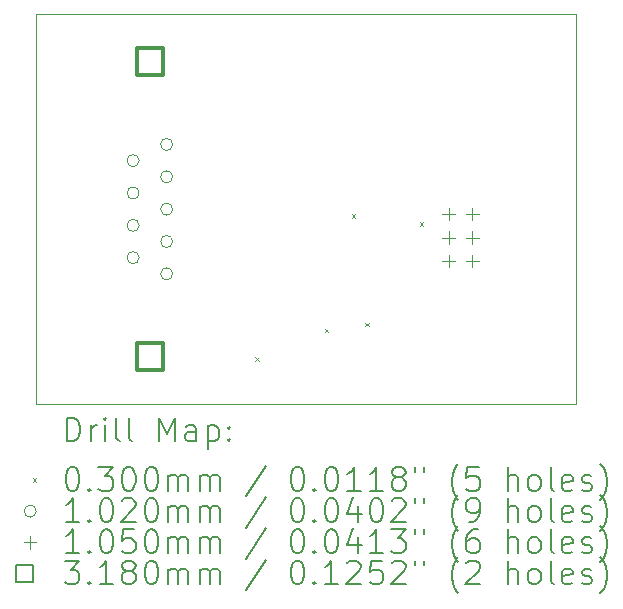
<source format=gbr>
%TF.GenerationSoftware,KiCad,Pcbnew,9.0.5*%
%TF.CreationDate,2025-11-05T10:26:17-05:00*%
%TF.ProjectId,dvrk-ios,6476726b-2d69-46f7-932e-6b696361645f,rev?*%
%TF.SameCoordinates,Original*%
%TF.FileFunction,Drillmap*%
%TF.FilePolarity,Positive*%
%FSLAX45Y45*%
G04 Gerber Fmt 4.5, Leading zero omitted, Abs format (unit mm)*
G04 Created by KiCad (PCBNEW 9.0.5) date 2025-11-05 10:26:17*
%MOMM*%
%LPD*%
G01*
G04 APERTURE LIST*
%ADD10C,0.050000*%
%ADD11C,0.200000*%
%ADD12C,0.100000*%
%ADD13C,0.102000*%
%ADD14C,0.105000*%
%ADD15C,0.318000*%
G04 APERTURE END LIST*
D10*
X7890000Y-5125000D02*
X7890000Y-5090000D01*
X3325000Y-5125000D02*
X3325000Y-1825000D01*
X3325000Y-1825000D02*
X7890000Y-1825000D01*
X7890000Y-1825000D02*
X7890000Y-5090000D01*
X3350000Y-5125000D02*
X3325000Y-5125000D01*
X7890000Y-5125000D02*
X3350000Y-5125000D01*
D11*
D12*
X5175000Y-4730000D02*
X5205000Y-4760000D01*
X5205000Y-4730000D02*
X5175000Y-4760000D01*
X5766606Y-4487627D02*
X5796606Y-4517627D01*
X5796606Y-4487627D02*
X5766606Y-4517627D01*
X5995000Y-3520000D02*
X6025000Y-3550000D01*
X6025000Y-3520000D02*
X5995000Y-3550000D01*
X6110000Y-4435000D02*
X6140000Y-4465000D01*
X6140000Y-4435000D02*
X6110000Y-4465000D01*
X6570000Y-3585000D02*
X6600000Y-3615000D01*
X6600000Y-3585000D02*
X6570000Y-3615000D01*
D13*
X4194000Y-3063500D02*
G75*
G02*
X4092000Y-3063500I-51000J0D01*
G01*
X4092000Y-3063500D02*
G75*
G02*
X4194000Y-3063500I51000J0D01*
G01*
X4194000Y-3337500D02*
G75*
G02*
X4092000Y-3337500I-51000J0D01*
G01*
X4092000Y-3337500D02*
G75*
G02*
X4194000Y-3337500I51000J0D01*
G01*
X4194000Y-3611500D02*
G75*
G02*
X4092000Y-3611500I-51000J0D01*
G01*
X4092000Y-3611500D02*
G75*
G02*
X4194000Y-3611500I51000J0D01*
G01*
X4194000Y-3885500D02*
G75*
G02*
X4092000Y-3885500I-51000J0D01*
G01*
X4092000Y-3885500D02*
G75*
G02*
X4194000Y-3885500I51000J0D01*
G01*
X4478000Y-2926500D02*
G75*
G02*
X4376000Y-2926500I-51000J0D01*
G01*
X4376000Y-2926500D02*
G75*
G02*
X4478000Y-2926500I51000J0D01*
G01*
X4478000Y-3200500D02*
G75*
G02*
X4376000Y-3200500I-51000J0D01*
G01*
X4376000Y-3200500D02*
G75*
G02*
X4478000Y-3200500I51000J0D01*
G01*
X4478000Y-3474500D02*
G75*
G02*
X4376000Y-3474500I-51000J0D01*
G01*
X4376000Y-3474500D02*
G75*
G02*
X4478000Y-3474500I51000J0D01*
G01*
X4478000Y-3748500D02*
G75*
G02*
X4376000Y-3748500I-51000J0D01*
G01*
X4376000Y-3748500D02*
G75*
G02*
X4478000Y-3748500I51000J0D01*
G01*
X4478000Y-4022500D02*
G75*
G02*
X4376000Y-4022500I-51000J0D01*
G01*
X4376000Y-4022500D02*
G75*
G02*
X4478000Y-4022500I51000J0D01*
G01*
D14*
X6815000Y-3462500D02*
X6815000Y-3567500D01*
X6762500Y-3515000D02*
X6867500Y-3515000D01*
X6815000Y-3662500D02*
X6815000Y-3767500D01*
X6762500Y-3715000D02*
X6867500Y-3715000D01*
X6815000Y-3862500D02*
X6815000Y-3967500D01*
X6762500Y-3915000D02*
X6867500Y-3915000D01*
X7015000Y-3462500D02*
X7015000Y-3567500D01*
X6962500Y-3515000D02*
X7067500Y-3515000D01*
X7015000Y-3662500D02*
X7015000Y-3767500D01*
X6962500Y-3715000D02*
X7067500Y-3715000D01*
X7015000Y-3862500D02*
X7015000Y-3967500D01*
X6962500Y-3915000D02*
X7067500Y-3915000D01*
D15*
X4397431Y-2337431D02*
X4397431Y-2112569D01*
X4172569Y-2112569D01*
X4172569Y-2337431D01*
X4397431Y-2337431D01*
X4397431Y-4836431D02*
X4397431Y-4611569D01*
X4172569Y-4611569D01*
X4172569Y-4836431D01*
X4397431Y-4836431D01*
D11*
X3583277Y-5438984D02*
X3583277Y-5238984D01*
X3583277Y-5238984D02*
X3630896Y-5238984D01*
X3630896Y-5238984D02*
X3659467Y-5248508D01*
X3659467Y-5248508D02*
X3678515Y-5267555D01*
X3678515Y-5267555D02*
X3688039Y-5286603D01*
X3688039Y-5286603D02*
X3697562Y-5324698D01*
X3697562Y-5324698D02*
X3697562Y-5353270D01*
X3697562Y-5353270D02*
X3688039Y-5391365D01*
X3688039Y-5391365D02*
X3678515Y-5410412D01*
X3678515Y-5410412D02*
X3659467Y-5429460D01*
X3659467Y-5429460D02*
X3630896Y-5438984D01*
X3630896Y-5438984D02*
X3583277Y-5438984D01*
X3783277Y-5438984D02*
X3783277Y-5305650D01*
X3783277Y-5343746D02*
X3792801Y-5324698D01*
X3792801Y-5324698D02*
X3802324Y-5315174D01*
X3802324Y-5315174D02*
X3821372Y-5305650D01*
X3821372Y-5305650D02*
X3840420Y-5305650D01*
X3907086Y-5438984D02*
X3907086Y-5305650D01*
X3907086Y-5238984D02*
X3897562Y-5248508D01*
X3897562Y-5248508D02*
X3907086Y-5258031D01*
X3907086Y-5258031D02*
X3916610Y-5248508D01*
X3916610Y-5248508D02*
X3907086Y-5238984D01*
X3907086Y-5238984D02*
X3907086Y-5258031D01*
X4030896Y-5438984D02*
X4011848Y-5429460D01*
X4011848Y-5429460D02*
X4002324Y-5410412D01*
X4002324Y-5410412D02*
X4002324Y-5238984D01*
X4135658Y-5438984D02*
X4116610Y-5429460D01*
X4116610Y-5429460D02*
X4107086Y-5410412D01*
X4107086Y-5410412D02*
X4107086Y-5238984D01*
X4364229Y-5438984D02*
X4364229Y-5238984D01*
X4364229Y-5238984D02*
X4430896Y-5381841D01*
X4430896Y-5381841D02*
X4497563Y-5238984D01*
X4497563Y-5238984D02*
X4497563Y-5438984D01*
X4678515Y-5438984D02*
X4678515Y-5334222D01*
X4678515Y-5334222D02*
X4668991Y-5315174D01*
X4668991Y-5315174D02*
X4649944Y-5305650D01*
X4649944Y-5305650D02*
X4611848Y-5305650D01*
X4611848Y-5305650D02*
X4592801Y-5315174D01*
X4678515Y-5429460D02*
X4659467Y-5438984D01*
X4659467Y-5438984D02*
X4611848Y-5438984D01*
X4611848Y-5438984D02*
X4592801Y-5429460D01*
X4592801Y-5429460D02*
X4583277Y-5410412D01*
X4583277Y-5410412D02*
X4583277Y-5391365D01*
X4583277Y-5391365D02*
X4592801Y-5372317D01*
X4592801Y-5372317D02*
X4611848Y-5362793D01*
X4611848Y-5362793D02*
X4659467Y-5362793D01*
X4659467Y-5362793D02*
X4678515Y-5353270D01*
X4773753Y-5305650D02*
X4773753Y-5505650D01*
X4773753Y-5315174D02*
X4792801Y-5305650D01*
X4792801Y-5305650D02*
X4830896Y-5305650D01*
X4830896Y-5305650D02*
X4849944Y-5315174D01*
X4849944Y-5315174D02*
X4859467Y-5324698D01*
X4859467Y-5324698D02*
X4868991Y-5343746D01*
X4868991Y-5343746D02*
X4868991Y-5400889D01*
X4868991Y-5400889D02*
X4859467Y-5419936D01*
X4859467Y-5419936D02*
X4849944Y-5429460D01*
X4849944Y-5429460D02*
X4830896Y-5438984D01*
X4830896Y-5438984D02*
X4792801Y-5438984D01*
X4792801Y-5438984D02*
X4773753Y-5429460D01*
X4954705Y-5419936D02*
X4964229Y-5429460D01*
X4964229Y-5429460D02*
X4954705Y-5438984D01*
X4954705Y-5438984D02*
X4945182Y-5429460D01*
X4945182Y-5429460D02*
X4954705Y-5419936D01*
X4954705Y-5419936D02*
X4954705Y-5438984D01*
X4954705Y-5315174D02*
X4964229Y-5324698D01*
X4964229Y-5324698D02*
X4954705Y-5334222D01*
X4954705Y-5334222D02*
X4945182Y-5324698D01*
X4945182Y-5324698D02*
X4954705Y-5315174D01*
X4954705Y-5315174D02*
X4954705Y-5334222D01*
D12*
X3292500Y-5752500D02*
X3322500Y-5782500D01*
X3322500Y-5752500D02*
X3292500Y-5782500D01*
D11*
X3621372Y-5658984D02*
X3640420Y-5658984D01*
X3640420Y-5658984D02*
X3659467Y-5668508D01*
X3659467Y-5668508D02*
X3668991Y-5678031D01*
X3668991Y-5678031D02*
X3678515Y-5697079D01*
X3678515Y-5697079D02*
X3688039Y-5735174D01*
X3688039Y-5735174D02*
X3688039Y-5782793D01*
X3688039Y-5782793D02*
X3678515Y-5820888D01*
X3678515Y-5820888D02*
X3668991Y-5839936D01*
X3668991Y-5839936D02*
X3659467Y-5849460D01*
X3659467Y-5849460D02*
X3640420Y-5858984D01*
X3640420Y-5858984D02*
X3621372Y-5858984D01*
X3621372Y-5858984D02*
X3602324Y-5849460D01*
X3602324Y-5849460D02*
X3592801Y-5839936D01*
X3592801Y-5839936D02*
X3583277Y-5820888D01*
X3583277Y-5820888D02*
X3573753Y-5782793D01*
X3573753Y-5782793D02*
X3573753Y-5735174D01*
X3573753Y-5735174D02*
X3583277Y-5697079D01*
X3583277Y-5697079D02*
X3592801Y-5678031D01*
X3592801Y-5678031D02*
X3602324Y-5668508D01*
X3602324Y-5668508D02*
X3621372Y-5658984D01*
X3773753Y-5839936D02*
X3783277Y-5849460D01*
X3783277Y-5849460D02*
X3773753Y-5858984D01*
X3773753Y-5858984D02*
X3764229Y-5849460D01*
X3764229Y-5849460D02*
X3773753Y-5839936D01*
X3773753Y-5839936D02*
X3773753Y-5858984D01*
X3849943Y-5658984D02*
X3973753Y-5658984D01*
X3973753Y-5658984D02*
X3907086Y-5735174D01*
X3907086Y-5735174D02*
X3935658Y-5735174D01*
X3935658Y-5735174D02*
X3954705Y-5744698D01*
X3954705Y-5744698D02*
X3964229Y-5754222D01*
X3964229Y-5754222D02*
X3973753Y-5773269D01*
X3973753Y-5773269D02*
X3973753Y-5820888D01*
X3973753Y-5820888D02*
X3964229Y-5839936D01*
X3964229Y-5839936D02*
X3954705Y-5849460D01*
X3954705Y-5849460D02*
X3935658Y-5858984D01*
X3935658Y-5858984D02*
X3878515Y-5858984D01*
X3878515Y-5858984D02*
X3859467Y-5849460D01*
X3859467Y-5849460D02*
X3849943Y-5839936D01*
X4097562Y-5658984D02*
X4116610Y-5658984D01*
X4116610Y-5658984D02*
X4135658Y-5668508D01*
X4135658Y-5668508D02*
X4145182Y-5678031D01*
X4145182Y-5678031D02*
X4154705Y-5697079D01*
X4154705Y-5697079D02*
X4164229Y-5735174D01*
X4164229Y-5735174D02*
X4164229Y-5782793D01*
X4164229Y-5782793D02*
X4154705Y-5820888D01*
X4154705Y-5820888D02*
X4145182Y-5839936D01*
X4145182Y-5839936D02*
X4135658Y-5849460D01*
X4135658Y-5849460D02*
X4116610Y-5858984D01*
X4116610Y-5858984D02*
X4097562Y-5858984D01*
X4097562Y-5858984D02*
X4078515Y-5849460D01*
X4078515Y-5849460D02*
X4068991Y-5839936D01*
X4068991Y-5839936D02*
X4059467Y-5820888D01*
X4059467Y-5820888D02*
X4049943Y-5782793D01*
X4049943Y-5782793D02*
X4049943Y-5735174D01*
X4049943Y-5735174D02*
X4059467Y-5697079D01*
X4059467Y-5697079D02*
X4068991Y-5678031D01*
X4068991Y-5678031D02*
X4078515Y-5668508D01*
X4078515Y-5668508D02*
X4097562Y-5658984D01*
X4288039Y-5658984D02*
X4307086Y-5658984D01*
X4307086Y-5658984D02*
X4326134Y-5668508D01*
X4326134Y-5668508D02*
X4335658Y-5678031D01*
X4335658Y-5678031D02*
X4345182Y-5697079D01*
X4345182Y-5697079D02*
X4354705Y-5735174D01*
X4354705Y-5735174D02*
X4354705Y-5782793D01*
X4354705Y-5782793D02*
X4345182Y-5820888D01*
X4345182Y-5820888D02*
X4335658Y-5839936D01*
X4335658Y-5839936D02*
X4326134Y-5849460D01*
X4326134Y-5849460D02*
X4307086Y-5858984D01*
X4307086Y-5858984D02*
X4288039Y-5858984D01*
X4288039Y-5858984D02*
X4268991Y-5849460D01*
X4268991Y-5849460D02*
X4259467Y-5839936D01*
X4259467Y-5839936D02*
X4249944Y-5820888D01*
X4249944Y-5820888D02*
X4240420Y-5782793D01*
X4240420Y-5782793D02*
X4240420Y-5735174D01*
X4240420Y-5735174D02*
X4249944Y-5697079D01*
X4249944Y-5697079D02*
X4259467Y-5678031D01*
X4259467Y-5678031D02*
X4268991Y-5668508D01*
X4268991Y-5668508D02*
X4288039Y-5658984D01*
X4440420Y-5858984D02*
X4440420Y-5725650D01*
X4440420Y-5744698D02*
X4449944Y-5735174D01*
X4449944Y-5735174D02*
X4468991Y-5725650D01*
X4468991Y-5725650D02*
X4497563Y-5725650D01*
X4497563Y-5725650D02*
X4516610Y-5735174D01*
X4516610Y-5735174D02*
X4526134Y-5754222D01*
X4526134Y-5754222D02*
X4526134Y-5858984D01*
X4526134Y-5754222D02*
X4535658Y-5735174D01*
X4535658Y-5735174D02*
X4554705Y-5725650D01*
X4554705Y-5725650D02*
X4583277Y-5725650D01*
X4583277Y-5725650D02*
X4602325Y-5735174D01*
X4602325Y-5735174D02*
X4611848Y-5754222D01*
X4611848Y-5754222D02*
X4611848Y-5858984D01*
X4707086Y-5858984D02*
X4707086Y-5725650D01*
X4707086Y-5744698D02*
X4716610Y-5735174D01*
X4716610Y-5735174D02*
X4735658Y-5725650D01*
X4735658Y-5725650D02*
X4764229Y-5725650D01*
X4764229Y-5725650D02*
X4783277Y-5735174D01*
X4783277Y-5735174D02*
X4792801Y-5754222D01*
X4792801Y-5754222D02*
X4792801Y-5858984D01*
X4792801Y-5754222D02*
X4802325Y-5735174D01*
X4802325Y-5735174D02*
X4821372Y-5725650D01*
X4821372Y-5725650D02*
X4849944Y-5725650D01*
X4849944Y-5725650D02*
X4868991Y-5735174D01*
X4868991Y-5735174D02*
X4878515Y-5754222D01*
X4878515Y-5754222D02*
X4878515Y-5858984D01*
X5268991Y-5649460D02*
X5097563Y-5906603D01*
X5526134Y-5658984D02*
X5545182Y-5658984D01*
X5545182Y-5658984D02*
X5564229Y-5668508D01*
X5564229Y-5668508D02*
X5573753Y-5678031D01*
X5573753Y-5678031D02*
X5583277Y-5697079D01*
X5583277Y-5697079D02*
X5592801Y-5735174D01*
X5592801Y-5735174D02*
X5592801Y-5782793D01*
X5592801Y-5782793D02*
X5583277Y-5820888D01*
X5583277Y-5820888D02*
X5573753Y-5839936D01*
X5573753Y-5839936D02*
X5564229Y-5849460D01*
X5564229Y-5849460D02*
X5545182Y-5858984D01*
X5545182Y-5858984D02*
X5526134Y-5858984D01*
X5526134Y-5858984D02*
X5507087Y-5849460D01*
X5507087Y-5849460D02*
X5497563Y-5839936D01*
X5497563Y-5839936D02*
X5488039Y-5820888D01*
X5488039Y-5820888D02*
X5478515Y-5782793D01*
X5478515Y-5782793D02*
X5478515Y-5735174D01*
X5478515Y-5735174D02*
X5488039Y-5697079D01*
X5488039Y-5697079D02*
X5497563Y-5678031D01*
X5497563Y-5678031D02*
X5507087Y-5668508D01*
X5507087Y-5668508D02*
X5526134Y-5658984D01*
X5678515Y-5839936D02*
X5688039Y-5849460D01*
X5688039Y-5849460D02*
X5678515Y-5858984D01*
X5678515Y-5858984D02*
X5668991Y-5849460D01*
X5668991Y-5849460D02*
X5678515Y-5839936D01*
X5678515Y-5839936D02*
X5678515Y-5858984D01*
X5811848Y-5658984D02*
X5830896Y-5658984D01*
X5830896Y-5658984D02*
X5849944Y-5668508D01*
X5849944Y-5668508D02*
X5859467Y-5678031D01*
X5859467Y-5678031D02*
X5868991Y-5697079D01*
X5868991Y-5697079D02*
X5878515Y-5735174D01*
X5878515Y-5735174D02*
X5878515Y-5782793D01*
X5878515Y-5782793D02*
X5868991Y-5820888D01*
X5868991Y-5820888D02*
X5859467Y-5839936D01*
X5859467Y-5839936D02*
X5849944Y-5849460D01*
X5849944Y-5849460D02*
X5830896Y-5858984D01*
X5830896Y-5858984D02*
X5811848Y-5858984D01*
X5811848Y-5858984D02*
X5792801Y-5849460D01*
X5792801Y-5849460D02*
X5783277Y-5839936D01*
X5783277Y-5839936D02*
X5773753Y-5820888D01*
X5773753Y-5820888D02*
X5764229Y-5782793D01*
X5764229Y-5782793D02*
X5764229Y-5735174D01*
X5764229Y-5735174D02*
X5773753Y-5697079D01*
X5773753Y-5697079D02*
X5783277Y-5678031D01*
X5783277Y-5678031D02*
X5792801Y-5668508D01*
X5792801Y-5668508D02*
X5811848Y-5658984D01*
X6068991Y-5858984D02*
X5954706Y-5858984D01*
X6011848Y-5858984D02*
X6011848Y-5658984D01*
X6011848Y-5658984D02*
X5992801Y-5687555D01*
X5992801Y-5687555D02*
X5973753Y-5706603D01*
X5973753Y-5706603D02*
X5954706Y-5716127D01*
X6259467Y-5858984D02*
X6145182Y-5858984D01*
X6202325Y-5858984D02*
X6202325Y-5658984D01*
X6202325Y-5658984D02*
X6183277Y-5687555D01*
X6183277Y-5687555D02*
X6164229Y-5706603D01*
X6164229Y-5706603D02*
X6145182Y-5716127D01*
X6373753Y-5744698D02*
X6354706Y-5735174D01*
X6354706Y-5735174D02*
X6345182Y-5725650D01*
X6345182Y-5725650D02*
X6335658Y-5706603D01*
X6335658Y-5706603D02*
X6335658Y-5697079D01*
X6335658Y-5697079D02*
X6345182Y-5678031D01*
X6345182Y-5678031D02*
X6354706Y-5668508D01*
X6354706Y-5668508D02*
X6373753Y-5658984D01*
X6373753Y-5658984D02*
X6411848Y-5658984D01*
X6411848Y-5658984D02*
X6430896Y-5668508D01*
X6430896Y-5668508D02*
X6440420Y-5678031D01*
X6440420Y-5678031D02*
X6449944Y-5697079D01*
X6449944Y-5697079D02*
X6449944Y-5706603D01*
X6449944Y-5706603D02*
X6440420Y-5725650D01*
X6440420Y-5725650D02*
X6430896Y-5735174D01*
X6430896Y-5735174D02*
X6411848Y-5744698D01*
X6411848Y-5744698D02*
X6373753Y-5744698D01*
X6373753Y-5744698D02*
X6354706Y-5754222D01*
X6354706Y-5754222D02*
X6345182Y-5763746D01*
X6345182Y-5763746D02*
X6335658Y-5782793D01*
X6335658Y-5782793D02*
X6335658Y-5820888D01*
X6335658Y-5820888D02*
X6345182Y-5839936D01*
X6345182Y-5839936D02*
X6354706Y-5849460D01*
X6354706Y-5849460D02*
X6373753Y-5858984D01*
X6373753Y-5858984D02*
X6411848Y-5858984D01*
X6411848Y-5858984D02*
X6430896Y-5849460D01*
X6430896Y-5849460D02*
X6440420Y-5839936D01*
X6440420Y-5839936D02*
X6449944Y-5820888D01*
X6449944Y-5820888D02*
X6449944Y-5782793D01*
X6449944Y-5782793D02*
X6440420Y-5763746D01*
X6440420Y-5763746D02*
X6430896Y-5754222D01*
X6430896Y-5754222D02*
X6411848Y-5744698D01*
X6526134Y-5658984D02*
X6526134Y-5697079D01*
X6602325Y-5658984D02*
X6602325Y-5697079D01*
X6897563Y-5935174D02*
X6888039Y-5925650D01*
X6888039Y-5925650D02*
X6868991Y-5897079D01*
X6868991Y-5897079D02*
X6859468Y-5878031D01*
X6859468Y-5878031D02*
X6849944Y-5849460D01*
X6849944Y-5849460D02*
X6840420Y-5801841D01*
X6840420Y-5801841D02*
X6840420Y-5763746D01*
X6840420Y-5763746D02*
X6849944Y-5716127D01*
X6849944Y-5716127D02*
X6859468Y-5687555D01*
X6859468Y-5687555D02*
X6868991Y-5668508D01*
X6868991Y-5668508D02*
X6888039Y-5639936D01*
X6888039Y-5639936D02*
X6897563Y-5630412D01*
X7068991Y-5658984D02*
X6973753Y-5658984D01*
X6973753Y-5658984D02*
X6964229Y-5754222D01*
X6964229Y-5754222D02*
X6973753Y-5744698D01*
X6973753Y-5744698D02*
X6992801Y-5735174D01*
X6992801Y-5735174D02*
X7040420Y-5735174D01*
X7040420Y-5735174D02*
X7059468Y-5744698D01*
X7059468Y-5744698D02*
X7068991Y-5754222D01*
X7068991Y-5754222D02*
X7078515Y-5773269D01*
X7078515Y-5773269D02*
X7078515Y-5820888D01*
X7078515Y-5820888D02*
X7068991Y-5839936D01*
X7068991Y-5839936D02*
X7059468Y-5849460D01*
X7059468Y-5849460D02*
X7040420Y-5858984D01*
X7040420Y-5858984D02*
X6992801Y-5858984D01*
X6992801Y-5858984D02*
X6973753Y-5849460D01*
X6973753Y-5849460D02*
X6964229Y-5839936D01*
X7316610Y-5858984D02*
X7316610Y-5658984D01*
X7402325Y-5858984D02*
X7402325Y-5754222D01*
X7402325Y-5754222D02*
X7392801Y-5735174D01*
X7392801Y-5735174D02*
X7373753Y-5725650D01*
X7373753Y-5725650D02*
X7345182Y-5725650D01*
X7345182Y-5725650D02*
X7326134Y-5735174D01*
X7326134Y-5735174D02*
X7316610Y-5744698D01*
X7526134Y-5858984D02*
X7507087Y-5849460D01*
X7507087Y-5849460D02*
X7497563Y-5839936D01*
X7497563Y-5839936D02*
X7488039Y-5820888D01*
X7488039Y-5820888D02*
X7488039Y-5763746D01*
X7488039Y-5763746D02*
X7497563Y-5744698D01*
X7497563Y-5744698D02*
X7507087Y-5735174D01*
X7507087Y-5735174D02*
X7526134Y-5725650D01*
X7526134Y-5725650D02*
X7554706Y-5725650D01*
X7554706Y-5725650D02*
X7573753Y-5735174D01*
X7573753Y-5735174D02*
X7583277Y-5744698D01*
X7583277Y-5744698D02*
X7592801Y-5763746D01*
X7592801Y-5763746D02*
X7592801Y-5820888D01*
X7592801Y-5820888D02*
X7583277Y-5839936D01*
X7583277Y-5839936D02*
X7573753Y-5849460D01*
X7573753Y-5849460D02*
X7554706Y-5858984D01*
X7554706Y-5858984D02*
X7526134Y-5858984D01*
X7707087Y-5858984D02*
X7688039Y-5849460D01*
X7688039Y-5849460D02*
X7678515Y-5830412D01*
X7678515Y-5830412D02*
X7678515Y-5658984D01*
X7859468Y-5849460D02*
X7840420Y-5858984D01*
X7840420Y-5858984D02*
X7802325Y-5858984D01*
X7802325Y-5858984D02*
X7783277Y-5849460D01*
X7783277Y-5849460D02*
X7773753Y-5830412D01*
X7773753Y-5830412D02*
X7773753Y-5754222D01*
X7773753Y-5754222D02*
X7783277Y-5735174D01*
X7783277Y-5735174D02*
X7802325Y-5725650D01*
X7802325Y-5725650D02*
X7840420Y-5725650D01*
X7840420Y-5725650D02*
X7859468Y-5735174D01*
X7859468Y-5735174D02*
X7868991Y-5754222D01*
X7868991Y-5754222D02*
X7868991Y-5773269D01*
X7868991Y-5773269D02*
X7773753Y-5792317D01*
X7945182Y-5849460D02*
X7964230Y-5858984D01*
X7964230Y-5858984D02*
X8002325Y-5858984D01*
X8002325Y-5858984D02*
X8021372Y-5849460D01*
X8021372Y-5849460D02*
X8030896Y-5830412D01*
X8030896Y-5830412D02*
X8030896Y-5820888D01*
X8030896Y-5820888D02*
X8021372Y-5801841D01*
X8021372Y-5801841D02*
X8002325Y-5792317D01*
X8002325Y-5792317D02*
X7973753Y-5792317D01*
X7973753Y-5792317D02*
X7954706Y-5782793D01*
X7954706Y-5782793D02*
X7945182Y-5763746D01*
X7945182Y-5763746D02*
X7945182Y-5754222D01*
X7945182Y-5754222D02*
X7954706Y-5735174D01*
X7954706Y-5735174D02*
X7973753Y-5725650D01*
X7973753Y-5725650D02*
X8002325Y-5725650D01*
X8002325Y-5725650D02*
X8021372Y-5735174D01*
X8097563Y-5935174D02*
X8107087Y-5925650D01*
X8107087Y-5925650D02*
X8126134Y-5897079D01*
X8126134Y-5897079D02*
X8135658Y-5878031D01*
X8135658Y-5878031D02*
X8145182Y-5849460D01*
X8145182Y-5849460D02*
X8154706Y-5801841D01*
X8154706Y-5801841D02*
X8154706Y-5763746D01*
X8154706Y-5763746D02*
X8145182Y-5716127D01*
X8145182Y-5716127D02*
X8135658Y-5687555D01*
X8135658Y-5687555D02*
X8126134Y-5668508D01*
X8126134Y-5668508D02*
X8107087Y-5639936D01*
X8107087Y-5639936D02*
X8097563Y-5630412D01*
D13*
X3322500Y-6031500D02*
G75*
G02*
X3220500Y-6031500I-51000J0D01*
G01*
X3220500Y-6031500D02*
G75*
G02*
X3322500Y-6031500I51000J0D01*
G01*
D11*
X3688039Y-6122984D02*
X3573753Y-6122984D01*
X3630896Y-6122984D02*
X3630896Y-5922984D01*
X3630896Y-5922984D02*
X3611848Y-5951555D01*
X3611848Y-5951555D02*
X3592801Y-5970603D01*
X3592801Y-5970603D02*
X3573753Y-5980127D01*
X3773753Y-6103936D02*
X3783277Y-6113460D01*
X3783277Y-6113460D02*
X3773753Y-6122984D01*
X3773753Y-6122984D02*
X3764229Y-6113460D01*
X3764229Y-6113460D02*
X3773753Y-6103936D01*
X3773753Y-6103936D02*
X3773753Y-6122984D01*
X3907086Y-5922984D02*
X3926134Y-5922984D01*
X3926134Y-5922984D02*
X3945182Y-5932508D01*
X3945182Y-5932508D02*
X3954705Y-5942031D01*
X3954705Y-5942031D02*
X3964229Y-5961079D01*
X3964229Y-5961079D02*
X3973753Y-5999174D01*
X3973753Y-5999174D02*
X3973753Y-6046793D01*
X3973753Y-6046793D02*
X3964229Y-6084888D01*
X3964229Y-6084888D02*
X3954705Y-6103936D01*
X3954705Y-6103936D02*
X3945182Y-6113460D01*
X3945182Y-6113460D02*
X3926134Y-6122984D01*
X3926134Y-6122984D02*
X3907086Y-6122984D01*
X3907086Y-6122984D02*
X3888039Y-6113460D01*
X3888039Y-6113460D02*
X3878515Y-6103936D01*
X3878515Y-6103936D02*
X3868991Y-6084888D01*
X3868991Y-6084888D02*
X3859467Y-6046793D01*
X3859467Y-6046793D02*
X3859467Y-5999174D01*
X3859467Y-5999174D02*
X3868991Y-5961079D01*
X3868991Y-5961079D02*
X3878515Y-5942031D01*
X3878515Y-5942031D02*
X3888039Y-5932508D01*
X3888039Y-5932508D02*
X3907086Y-5922984D01*
X4049943Y-5942031D02*
X4059467Y-5932508D01*
X4059467Y-5932508D02*
X4078515Y-5922984D01*
X4078515Y-5922984D02*
X4126134Y-5922984D01*
X4126134Y-5922984D02*
X4145182Y-5932508D01*
X4145182Y-5932508D02*
X4154705Y-5942031D01*
X4154705Y-5942031D02*
X4164229Y-5961079D01*
X4164229Y-5961079D02*
X4164229Y-5980127D01*
X4164229Y-5980127D02*
X4154705Y-6008698D01*
X4154705Y-6008698D02*
X4040420Y-6122984D01*
X4040420Y-6122984D02*
X4164229Y-6122984D01*
X4288039Y-5922984D02*
X4307086Y-5922984D01*
X4307086Y-5922984D02*
X4326134Y-5932508D01*
X4326134Y-5932508D02*
X4335658Y-5942031D01*
X4335658Y-5942031D02*
X4345182Y-5961079D01*
X4345182Y-5961079D02*
X4354705Y-5999174D01*
X4354705Y-5999174D02*
X4354705Y-6046793D01*
X4354705Y-6046793D02*
X4345182Y-6084888D01*
X4345182Y-6084888D02*
X4335658Y-6103936D01*
X4335658Y-6103936D02*
X4326134Y-6113460D01*
X4326134Y-6113460D02*
X4307086Y-6122984D01*
X4307086Y-6122984D02*
X4288039Y-6122984D01*
X4288039Y-6122984D02*
X4268991Y-6113460D01*
X4268991Y-6113460D02*
X4259467Y-6103936D01*
X4259467Y-6103936D02*
X4249944Y-6084888D01*
X4249944Y-6084888D02*
X4240420Y-6046793D01*
X4240420Y-6046793D02*
X4240420Y-5999174D01*
X4240420Y-5999174D02*
X4249944Y-5961079D01*
X4249944Y-5961079D02*
X4259467Y-5942031D01*
X4259467Y-5942031D02*
X4268991Y-5932508D01*
X4268991Y-5932508D02*
X4288039Y-5922984D01*
X4440420Y-6122984D02*
X4440420Y-5989650D01*
X4440420Y-6008698D02*
X4449944Y-5999174D01*
X4449944Y-5999174D02*
X4468991Y-5989650D01*
X4468991Y-5989650D02*
X4497563Y-5989650D01*
X4497563Y-5989650D02*
X4516610Y-5999174D01*
X4516610Y-5999174D02*
X4526134Y-6018222D01*
X4526134Y-6018222D02*
X4526134Y-6122984D01*
X4526134Y-6018222D02*
X4535658Y-5999174D01*
X4535658Y-5999174D02*
X4554705Y-5989650D01*
X4554705Y-5989650D02*
X4583277Y-5989650D01*
X4583277Y-5989650D02*
X4602325Y-5999174D01*
X4602325Y-5999174D02*
X4611848Y-6018222D01*
X4611848Y-6018222D02*
X4611848Y-6122984D01*
X4707086Y-6122984D02*
X4707086Y-5989650D01*
X4707086Y-6008698D02*
X4716610Y-5999174D01*
X4716610Y-5999174D02*
X4735658Y-5989650D01*
X4735658Y-5989650D02*
X4764229Y-5989650D01*
X4764229Y-5989650D02*
X4783277Y-5999174D01*
X4783277Y-5999174D02*
X4792801Y-6018222D01*
X4792801Y-6018222D02*
X4792801Y-6122984D01*
X4792801Y-6018222D02*
X4802325Y-5999174D01*
X4802325Y-5999174D02*
X4821372Y-5989650D01*
X4821372Y-5989650D02*
X4849944Y-5989650D01*
X4849944Y-5989650D02*
X4868991Y-5999174D01*
X4868991Y-5999174D02*
X4878515Y-6018222D01*
X4878515Y-6018222D02*
X4878515Y-6122984D01*
X5268991Y-5913460D02*
X5097563Y-6170603D01*
X5526134Y-5922984D02*
X5545182Y-5922984D01*
X5545182Y-5922984D02*
X5564229Y-5932508D01*
X5564229Y-5932508D02*
X5573753Y-5942031D01*
X5573753Y-5942031D02*
X5583277Y-5961079D01*
X5583277Y-5961079D02*
X5592801Y-5999174D01*
X5592801Y-5999174D02*
X5592801Y-6046793D01*
X5592801Y-6046793D02*
X5583277Y-6084888D01*
X5583277Y-6084888D02*
X5573753Y-6103936D01*
X5573753Y-6103936D02*
X5564229Y-6113460D01*
X5564229Y-6113460D02*
X5545182Y-6122984D01*
X5545182Y-6122984D02*
X5526134Y-6122984D01*
X5526134Y-6122984D02*
X5507087Y-6113460D01*
X5507087Y-6113460D02*
X5497563Y-6103936D01*
X5497563Y-6103936D02*
X5488039Y-6084888D01*
X5488039Y-6084888D02*
X5478515Y-6046793D01*
X5478515Y-6046793D02*
X5478515Y-5999174D01*
X5478515Y-5999174D02*
X5488039Y-5961079D01*
X5488039Y-5961079D02*
X5497563Y-5942031D01*
X5497563Y-5942031D02*
X5507087Y-5932508D01*
X5507087Y-5932508D02*
X5526134Y-5922984D01*
X5678515Y-6103936D02*
X5688039Y-6113460D01*
X5688039Y-6113460D02*
X5678515Y-6122984D01*
X5678515Y-6122984D02*
X5668991Y-6113460D01*
X5668991Y-6113460D02*
X5678515Y-6103936D01*
X5678515Y-6103936D02*
X5678515Y-6122984D01*
X5811848Y-5922984D02*
X5830896Y-5922984D01*
X5830896Y-5922984D02*
X5849944Y-5932508D01*
X5849944Y-5932508D02*
X5859467Y-5942031D01*
X5859467Y-5942031D02*
X5868991Y-5961079D01*
X5868991Y-5961079D02*
X5878515Y-5999174D01*
X5878515Y-5999174D02*
X5878515Y-6046793D01*
X5878515Y-6046793D02*
X5868991Y-6084888D01*
X5868991Y-6084888D02*
X5859467Y-6103936D01*
X5859467Y-6103936D02*
X5849944Y-6113460D01*
X5849944Y-6113460D02*
X5830896Y-6122984D01*
X5830896Y-6122984D02*
X5811848Y-6122984D01*
X5811848Y-6122984D02*
X5792801Y-6113460D01*
X5792801Y-6113460D02*
X5783277Y-6103936D01*
X5783277Y-6103936D02*
X5773753Y-6084888D01*
X5773753Y-6084888D02*
X5764229Y-6046793D01*
X5764229Y-6046793D02*
X5764229Y-5999174D01*
X5764229Y-5999174D02*
X5773753Y-5961079D01*
X5773753Y-5961079D02*
X5783277Y-5942031D01*
X5783277Y-5942031D02*
X5792801Y-5932508D01*
X5792801Y-5932508D02*
X5811848Y-5922984D01*
X6049944Y-5989650D02*
X6049944Y-6122984D01*
X6002325Y-5913460D02*
X5954706Y-6056317D01*
X5954706Y-6056317D02*
X6078515Y-6056317D01*
X6192801Y-5922984D02*
X6211848Y-5922984D01*
X6211848Y-5922984D02*
X6230896Y-5932508D01*
X6230896Y-5932508D02*
X6240420Y-5942031D01*
X6240420Y-5942031D02*
X6249944Y-5961079D01*
X6249944Y-5961079D02*
X6259467Y-5999174D01*
X6259467Y-5999174D02*
X6259467Y-6046793D01*
X6259467Y-6046793D02*
X6249944Y-6084888D01*
X6249944Y-6084888D02*
X6240420Y-6103936D01*
X6240420Y-6103936D02*
X6230896Y-6113460D01*
X6230896Y-6113460D02*
X6211848Y-6122984D01*
X6211848Y-6122984D02*
X6192801Y-6122984D01*
X6192801Y-6122984D02*
X6173753Y-6113460D01*
X6173753Y-6113460D02*
X6164229Y-6103936D01*
X6164229Y-6103936D02*
X6154706Y-6084888D01*
X6154706Y-6084888D02*
X6145182Y-6046793D01*
X6145182Y-6046793D02*
X6145182Y-5999174D01*
X6145182Y-5999174D02*
X6154706Y-5961079D01*
X6154706Y-5961079D02*
X6164229Y-5942031D01*
X6164229Y-5942031D02*
X6173753Y-5932508D01*
X6173753Y-5932508D02*
X6192801Y-5922984D01*
X6335658Y-5942031D02*
X6345182Y-5932508D01*
X6345182Y-5932508D02*
X6364229Y-5922984D01*
X6364229Y-5922984D02*
X6411848Y-5922984D01*
X6411848Y-5922984D02*
X6430896Y-5932508D01*
X6430896Y-5932508D02*
X6440420Y-5942031D01*
X6440420Y-5942031D02*
X6449944Y-5961079D01*
X6449944Y-5961079D02*
X6449944Y-5980127D01*
X6449944Y-5980127D02*
X6440420Y-6008698D01*
X6440420Y-6008698D02*
X6326134Y-6122984D01*
X6326134Y-6122984D02*
X6449944Y-6122984D01*
X6526134Y-5922984D02*
X6526134Y-5961079D01*
X6602325Y-5922984D02*
X6602325Y-5961079D01*
X6897563Y-6199174D02*
X6888039Y-6189650D01*
X6888039Y-6189650D02*
X6868991Y-6161079D01*
X6868991Y-6161079D02*
X6859468Y-6142031D01*
X6859468Y-6142031D02*
X6849944Y-6113460D01*
X6849944Y-6113460D02*
X6840420Y-6065841D01*
X6840420Y-6065841D02*
X6840420Y-6027746D01*
X6840420Y-6027746D02*
X6849944Y-5980127D01*
X6849944Y-5980127D02*
X6859468Y-5951555D01*
X6859468Y-5951555D02*
X6868991Y-5932508D01*
X6868991Y-5932508D02*
X6888039Y-5903936D01*
X6888039Y-5903936D02*
X6897563Y-5894412D01*
X6983277Y-6122984D02*
X7021372Y-6122984D01*
X7021372Y-6122984D02*
X7040420Y-6113460D01*
X7040420Y-6113460D02*
X7049944Y-6103936D01*
X7049944Y-6103936D02*
X7068991Y-6075365D01*
X7068991Y-6075365D02*
X7078515Y-6037269D01*
X7078515Y-6037269D02*
X7078515Y-5961079D01*
X7078515Y-5961079D02*
X7068991Y-5942031D01*
X7068991Y-5942031D02*
X7059468Y-5932508D01*
X7059468Y-5932508D02*
X7040420Y-5922984D01*
X7040420Y-5922984D02*
X7002325Y-5922984D01*
X7002325Y-5922984D02*
X6983277Y-5932508D01*
X6983277Y-5932508D02*
X6973753Y-5942031D01*
X6973753Y-5942031D02*
X6964229Y-5961079D01*
X6964229Y-5961079D02*
X6964229Y-6008698D01*
X6964229Y-6008698D02*
X6973753Y-6027746D01*
X6973753Y-6027746D02*
X6983277Y-6037269D01*
X6983277Y-6037269D02*
X7002325Y-6046793D01*
X7002325Y-6046793D02*
X7040420Y-6046793D01*
X7040420Y-6046793D02*
X7059468Y-6037269D01*
X7059468Y-6037269D02*
X7068991Y-6027746D01*
X7068991Y-6027746D02*
X7078515Y-6008698D01*
X7316610Y-6122984D02*
X7316610Y-5922984D01*
X7402325Y-6122984D02*
X7402325Y-6018222D01*
X7402325Y-6018222D02*
X7392801Y-5999174D01*
X7392801Y-5999174D02*
X7373753Y-5989650D01*
X7373753Y-5989650D02*
X7345182Y-5989650D01*
X7345182Y-5989650D02*
X7326134Y-5999174D01*
X7326134Y-5999174D02*
X7316610Y-6008698D01*
X7526134Y-6122984D02*
X7507087Y-6113460D01*
X7507087Y-6113460D02*
X7497563Y-6103936D01*
X7497563Y-6103936D02*
X7488039Y-6084888D01*
X7488039Y-6084888D02*
X7488039Y-6027746D01*
X7488039Y-6027746D02*
X7497563Y-6008698D01*
X7497563Y-6008698D02*
X7507087Y-5999174D01*
X7507087Y-5999174D02*
X7526134Y-5989650D01*
X7526134Y-5989650D02*
X7554706Y-5989650D01*
X7554706Y-5989650D02*
X7573753Y-5999174D01*
X7573753Y-5999174D02*
X7583277Y-6008698D01*
X7583277Y-6008698D02*
X7592801Y-6027746D01*
X7592801Y-6027746D02*
X7592801Y-6084888D01*
X7592801Y-6084888D02*
X7583277Y-6103936D01*
X7583277Y-6103936D02*
X7573753Y-6113460D01*
X7573753Y-6113460D02*
X7554706Y-6122984D01*
X7554706Y-6122984D02*
X7526134Y-6122984D01*
X7707087Y-6122984D02*
X7688039Y-6113460D01*
X7688039Y-6113460D02*
X7678515Y-6094412D01*
X7678515Y-6094412D02*
X7678515Y-5922984D01*
X7859468Y-6113460D02*
X7840420Y-6122984D01*
X7840420Y-6122984D02*
X7802325Y-6122984D01*
X7802325Y-6122984D02*
X7783277Y-6113460D01*
X7783277Y-6113460D02*
X7773753Y-6094412D01*
X7773753Y-6094412D02*
X7773753Y-6018222D01*
X7773753Y-6018222D02*
X7783277Y-5999174D01*
X7783277Y-5999174D02*
X7802325Y-5989650D01*
X7802325Y-5989650D02*
X7840420Y-5989650D01*
X7840420Y-5989650D02*
X7859468Y-5999174D01*
X7859468Y-5999174D02*
X7868991Y-6018222D01*
X7868991Y-6018222D02*
X7868991Y-6037269D01*
X7868991Y-6037269D02*
X7773753Y-6056317D01*
X7945182Y-6113460D02*
X7964230Y-6122984D01*
X7964230Y-6122984D02*
X8002325Y-6122984D01*
X8002325Y-6122984D02*
X8021372Y-6113460D01*
X8021372Y-6113460D02*
X8030896Y-6094412D01*
X8030896Y-6094412D02*
X8030896Y-6084888D01*
X8030896Y-6084888D02*
X8021372Y-6065841D01*
X8021372Y-6065841D02*
X8002325Y-6056317D01*
X8002325Y-6056317D02*
X7973753Y-6056317D01*
X7973753Y-6056317D02*
X7954706Y-6046793D01*
X7954706Y-6046793D02*
X7945182Y-6027746D01*
X7945182Y-6027746D02*
X7945182Y-6018222D01*
X7945182Y-6018222D02*
X7954706Y-5999174D01*
X7954706Y-5999174D02*
X7973753Y-5989650D01*
X7973753Y-5989650D02*
X8002325Y-5989650D01*
X8002325Y-5989650D02*
X8021372Y-5999174D01*
X8097563Y-6199174D02*
X8107087Y-6189650D01*
X8107087Y-6189650D02*
X8126134Y-6161079D01*
X8126134Y-6161079D02*
X8135658Y-6142031D01*
X8135658Y-6142031D02*
X8145182Y-6113460D01*
X8145182Y-6113460D02*
X8154706Y-6065841D01*
X8154706Y-6065841D02*
X8154706Y-6027746D01*
X8154706Y-6027746D02*
X8145182Y-5980127D01*
X8145182Y-5980127D02*
X8135658Y-5951555D01*
X8135658Y-5951555D02*
X8126134Y-5932508D01*
X8126134Y-5932508D02*
X8107087Y-5903936D01*
X8107087Y-5903936D02*
X8097563Y-5894412D01*
D14*
X3270000Y-6243000D02*
X3270000Y-6348000D01*
X3217500Y-6295500D02*
X3322500Y-6295500D01*
D11*
X3688039Y-6386984D02*
X3573753Y-6386984D01*
X3630896Y-6386984D02*
X3630896Y-6186984D01*
X3630896Y-6186984D02*
X3611848Y-6215555D01*
X3611848Y-6215555D02*
X3592801Y-6234603D01*
X3592801Y-6234603D02*
X3573753Y-6244127D01*
X3773753Y-6367936D02*
X3783277Y-6377460D01*
X3783277Y-6377460D02*
X3773753Y-6386984D01*
X3773753Y-6386984D02*
X3764229Y-6377460D01*
X3764229Y-6377460D02*
X3773753Y-6367936D01*
X3773753Y-6367936D02*
X3773753Y-6386984D01*
X3907086Y-6186984D02*
X3926134Y-6186984D01*
X3926134Y-6186984D02*
X3945182Y-6196508D01*
X3945182Y-6196508D02*
X3954705Y-6206031D01*
X3954705Y-6206031D02*
X3964229Y-6225079D01*
X3964229Y-6225079D02*
X3973753Y-6263174D01*
X3973753Y-6263174D02*
X3973753Y-6310793D01*
X3973753Y-6310793D02*
X3964229Y-6348888D01*
X3964229Y-6348888D02*
X3954705Y-6367936D01*
X3954705Y-6367936D02*
X3945182Y-6377460D01*
X3945182Y-6377460D02*
X3926134Y-6386984D01*
X3926134Y-6386984D02*
X3907086Y-6386984D01*
X3907086Y-6386984D02*
X3888039Y-6377460D01*
X3888039Y-6377460D02*
X3878515Y-6367936D01*
X3878515Y-6367936D02*
X3868991Y-6348888D01*
X3868991Y-6348888D02*
X3859467Y-6310793D01*
X3859467Y-6310793D02*
X3859467Y-6263174D01*
X3859467Y-6263174D02*
X3868991Y-6225079D01*
X3868991Y-6225079D02*
X3878515Y-6206031D01*
X3878515Y-6206031D02*
X3888039Y-6196508D01*
X3888039Y-6196508D02*
X3907086Y-6186984D01*
X4154705Y-6186984D02*
X4059467Y-6186984D01*
X4059467Y-6186984D02*
X4049943Y-6282222D01*
X4049943Y-6282222D02*
X4059467Y-6272698D01*
X4059467Y-6272698D02*
X4078515Y-6263174D01*
X4078515Y-6263174D02*
X4126134Y-6263174D01*
X4126134Y-6263174D02*
X4145182Y-6272698D01*
X4145182Y-6272698D02*
X4154705Y-6282222D01*
X4154705Y-6282222D02*
X4164229Y-6301269D01*
X4164229Y-6301269D02*
X4164229Y-6348888D01*
X4164229Y-6348888D02*
X4154705Y-6367936D01*
X4154705Y-6367936D02*
X4145182Y-6377460D01*
X4145182Y-6377460D02*
X4126134Y-6386984D01*
X4126134Y-6386984D02*
X4078515Y-6386984D01*
X4078515Y-6386984D02*
X4059467Y-6377460D01*
X4059467Y-6377460D02*
X4049943Y-6367936D01*
X4288039Y-6186984D02*
X4307086Y-6186984D01*
X4307086Y-6186984D02*
X4326134Y-6196508D01*
X4326134Y-6196508D02*
X4335658Y-6206031D01*
X4335658Y-6206031D02*
X4345182Y-6225079D01*
X4345182Y-6225079D02*
X4354705Y-6263174D01*
X4354705Y-6263174D02*
X4354705Y-6310793D01*
X4354705Y-6310793D02*
X4345182Y-6348888D01*
X4345182Y-6348888D02*
X4335658Y-6367936D01*
X4335658Y-6367936D02*
X4326134Y-6377460D01*
X4326134Y-6377460D02*
X4307086Y-6386984D01*
X4307086Y-6386984D02*
X4288039Y-6386984D01*
X4288039Y-6386984D02*
X4268991Y-6377460D01*
X4268991Y-6377460D02*
X4259467Y-6367936D01*
X4259467Y-6367936D02*
X4249944Y-6348888D01*
X4249944Y-6348888D02*
X4240420Y-6310793D01*
X4240420Y-6310793D02*
X4240420Y-6263174D01*
X4240420Y-6263174D02*
X4249944Y-6225079D01*
X4249944Y-6225079D02*
X4259467Y-6206031D01*
X4259467Y-6206031D02*
X4268991Y-6196508D01*
X4268991Y-6196508D02*
X4288039Y-6186984D01*
X4440420Y-6386984D02*
X4440420Y-6253650D01*
X4440420Y-6272698D02*
X4449944Y-6263174D01*
X4449944Y-6263174D02*
X4468991Y-6253650D01*
X4468991Y-6253650D02*
X4497563Y-6253650D01*
X4497563Y-6253650D02*
X4516610Y-6263174D01*
X4516610Y-6263174D02*
X4526134Y-6282222D01*
X4526134Y-6282222D02*
X4526134Y-6386984D01*
X4526134Y-6282222D02*
X4535658Y-6263174D01*
X4535658Y-6263174D02*
X4554705Y-6253650D01*
X4554705Y-6253650D02*
X4583277Y-6253650D01*
X4583277Y-6253650D02*
X4602325Y-6263174D01*
X4602325Y-6263174D02*
X4611848Y-6282222D01*
X4611848Y-6282222D02*
X4611848Y-6386984D01*
X4707086Y-6386984D02*
X4707086Y-6253650D01*
X4707086Y-6272698D02*
X4716610Y-6263174D01*
X4716610Y-6263174D02*
X4735658Y-6253650D01*
X4735658Y-6253650D02*
X4764229Y-6253650D01*
X4764229Y-6253650D02*
X4783277Y-6263174D01*
X4783277Y-6263174D02*
X4792801Y-6282222D01*
X4792801Y-6282222D02*
X4792801Y-6386984D01*
X4792801Y-6282222D02*
X4802325Y-6263174D01*
X4802325Y-6263174D02*
X4821372Y-6253650D01*
X4821372Y-6253650D02*
X4849944Y-6253650D01*
X4849944Y-6253650D02*
X4868991Y-6263174D01*
X4868991Y-6263174D02*
X4878515Y-6282222D01*
X4878515Y-6282222D02*
X4878515Y-6386984D01*
X5268991Y-6177460D02*
X5097563Y-6434603D01*
X5526134Y-6186984D02*
X5545182Y-6186984D01*
X5545182Y-6186984D02*
X5564229Y-6196508D01*
X5564229Y-6196508D02*
X5573753Y-6206031D01*
X5573753Y-6206031D02*
X5583277Y-6225079D01*
X5583277Y-6225079D02*
X5592801Y-6263174D01*
X5592801Y-6263174D02*
X5592801Y-6310793D01*
X5592801Y-6310793D02*
X5583277Y-6348888D01*
X5583277Y-6348888D02*
X5573753Y-6367936D01*
X5573753Y-6367936D02*
X5564229Y-6377460D01*
X5564229Y-6377460D02*
X5545182Y-6386984D01*
X5545182Y-6386984D02*
X5526134Y-6386984D01*
X5526134Y-6386984D02*
X5507087Y-6377460D01*
X5507087Y-6377460D02*
X5497563Y-6367936D01*
X5497563Y-6367936D02*
X5488039Y-6348888D01*
X5488039Y-6348888D02*
X5478515Y-6310793D01*
X5478515Y-6310793D02*
X5478515Y-6263174D01*
X5478515Y-6263174D02*
X5488039Y-6225079D01*
X5488039Y-6225079D02*
X5497563Y-6206031D01*
X5497563Y-6206031D02*
X5507087Y-6196508D01*
X5507087Y-6196508D02*
X5526134Y-6186984D01*
X5678515Y-6367936D02*
X5688039Y-6377460D01*
X5688039Y-6377460D02*
X5678515Y-6386984D01*
X5678515Y-6386984D02*
X5668991Y-6377460D01*
X5668991Y-6377460D02*
X5678515Y-6367936D01*
X5678515Y-6367936D02*
X5678515Y-6386984D01*
X5811848Y-6186984D02*
X5830896Y-6186984D01*
X5830896Y-6186984D02*
X5849944Y-6196508D01*
X5849944Y-6196508D02*
X5859467Y-6206031D01*
X5859467Y-6206031D02*
X5868991Y-6225079D01*
X5868991Y-6225079D02*
X5878515Y-6263174D01*
X5878515Y-6263174D02*
X5878515Y-6310793D01*
X5878515Y-6310793D02*
X5868991Y-6348888D01*
X5868991Y-6348888D02*
X5859467Y-6367936D01*
X5859467Y-6367936D02*
X5849944Y-6377460D01*
X5849944Y-6377460D02*
X5830896Y-6386984D01*
X5830896Y-6386984D02*
X5811848Y-6386984D01*
X5811848Y-6386984D02*
X5792801Y-6377460D01*
X5792801Y-6377460D02*
X5783277Y-6367936D01*
X5783277Y-6367936D02*
X5773753Y-6348888D01*
X5773753Y-6348888D02*
X5764229Y-6310793D01*
X5764229Y-6310793D02*
X5764229Y-6263174D01*
X5764229Y-6263174D02*
X5773753Y-6225079D01*
X5773753Y-6225079D02*
X5783277Y-6206031D01*
X5783277Y-6206031D02*
X5792801Y-6196508D01*
X5792801Y-6196508D02*
X5811848Y-6186984D01*
X6049944Y-6253650D02*
X6049944Y-6386984D01*
X6002325Y-6177460D02*
X5954706Y-6320317D01*
X5954706Y-6320317D02*
X6078515Y-6320317D01*
X6259467Y-6386984D02*
X6145182Y-6386984D01*
X6202325Y-6386984D02*
X6202325Y-6186984D01*
X6202325Y-6186984D02*
X6183277Y-6215555D01*
X6183277Y-6215555D02*
X6164229Y-6234603D01*
X6164229Y-6234603D02*
X6145182Y-6244127D01*
X6326134Y-6186984D02*
X6449944Y-6186984D01*
X6449944Y-6186984D02*
X6383277Y-6263174D01*
X6383277Y-6263174D02*
X6411848Y-6263174D01*
X6411848Y-6263174D02*
X6430896Y-6272698D01*
X6430896Y-6272698D02*
X6440420Y-6282222D01*
X6440420Y-6282222D02*
X6449944Y-6301269D01*
X6449944Y-6301269D02*
X6449944Y-6348888D01*
X6449944Y-6348888D02*
X6440420Y-6367936D01*
X6440420Y-6367936D02*
X6430896Y-6377460D01*
X6430896Y-6377460D02*
X6411848Y-6386984D01*
X6411848Y-6386984D02*
X6354706Y-6386984D01*
X6354706Y-6386984D02*
X6335658Y-6377460D01*
X6335658Y-6377460D02*
X6326134Y-6367936D01*
X6526134Y-6186984D02*
X6526134Y-6225079D01*
X6602325Y-6186984D02*
X6602325Y-6225079D01*
X6897563Y-6463174D02*
X6888039Y-6453650D01*
X6888039Y-6453650D02*
X6868991Y-6425079D01*
X6868991Y-6425079D02*
X6859468Y-6406031D01*
X6859468Y-6406031D02*
X6849944Y-6377460D01*
X6849944Y-6377460D02*
X6840420Y-6329841D01*
X6840420Y-6329841D02*
X6840420Y-6291746D01*
X6840420Y-6291746D02*
X6849944Y-6244127D01*
X6849944Y-6244127D02*
X6859468Y-6215555D01*
X6859468Y-6215555D02*
X6868991Y-6196508D01*
X6868991Y-6196508D02*
X6888039Y-6167936D01*
X6888039Y-6167936D02*
X6897563Y-6158412D01*
X7059468Y-6186984D02*
X7021372Y-6186984D01*
X7021372Y-6186984D02*
X7002325Y-6196508D01*
X7002325Y-6196508D02*
X6992801Y-6206031D01*
X6992801Y-6206031D02*
X6973753Y-6234603D01*
X6973753Y-6234603D02*
X6964229Y-6272698D01*
X6964229Y-6272698D02*
X6964229Y-6348888D01*
X6964229Y-6348888D02*
X6973753Y-6367936D01*
X6973753Y-6367936D02*
X6983277Y-6377460D01*
X6983277Y-6377460D02*
X7002325Y-6386984D01*
X7002325Y-6386984D02*
X7040420Y-6386984D01*
X7040420Y-6386984D02*
X7059468Y-6377460D01*
X7059468Y-6377460D02*
X7068991Y-6367936D01*
X7068991Y-6367936D02*
X7078515Y-6348888D01*
X7078515Y-6348888D02*
X7078515Y-6301269D01*
X7078515Y-6301269D02*
X7068991Y-6282222D01*
X7068991Y-6282222D02*
X7059468Y-6272698D01*
X7059468Y-6272698D02*
X7040420Y-6263174D01*
X7040420Y-6263174D02*
X7002325Y-6263174D01*
X7002325Y-6263174D02*
X6983277Y-6272698D01*
X6983277Y-6272698D02*
X6973753Y-6282222D01*
X6973753Y-6282222D02*
X6964229Y-6301269D01*
X7316610Y-6386984D02*
X7316610Y-6186984D01*
X7402325Y-6386984D02*
X7402325Y-6282222D01*
X7402325Y-6282222D02*
X7392801Y-6263174D01*
X7392801Y-6263174D02*
X7373753Y-6253650D01*
X7373753Y-6253650D02*
X7345182Y-6253650D01*
X7345182Y-6253650D02*
X7326134Y-6263174D01*
X7326134Y-6263174D02*
X7316610Y-6272698D01*
X7526134Y-6386984D02*
X7507087Y-6377460D01*
X7507087Y-6377460D02*
X7497563Y-6367936D01*
X7497563Y-6367936D02*
X7488039Y-6348888D01*
X7488039Y-6348888D02*
X7488039Y-6291746D01*
X7488039Y-6291746D02*
X7497563Y-6272698D01*
X7497563Y-6272698D02*
X7507087Y-6263174D01*
X7507087Y-6263174D02*
X7526134Y-6253650D01*
X7526134Y-6253650D02*
X7554706Y-6253650D01*
X7554706Y-6253650D02*
X7573753Y-6263174D01*
X7573753Y-6263174D02*
X7583277Y-6272698D01*
X7583277Y-6272698D02*
X7592801Y-6291746D01*
X7592801Y-6291746D02*
X7592801Y-6348888D01*
X7592801Y-6348888D02*
X7583277Y-6367936D01*
X7583277Y-6367936D02*
X7573753Y-6377460D01*
X7573753Y-6377460D02*
X7554706Y-6386984D01*
X7554706Y-6386984D02*
X7526134Y-6386984D01*
X7707087Y-6386984D02*
X7688039Y-6377460D01*
X7688039Y-6377460D02*
X7678515Y-6358412D01*
X7678515Y-6358412D02*
X7678515Y-6186984D01*
X7859468Y-6377460D02*
X7840420Y-6386984D01*
X7840420Y-6386984D02*
X7802325Y-6386984D01*
X7802325Y-6386984D02*
X7783277Y-6377460D01*
X7783277Y-6377460D02*
X7773753Y-6358412D01*
X7773753Y-6358412D02*
X7773753Y-6282222D01*
X7773753Y-6282222D02*
X7783277Y-6263174D01*
X7783277Y-6263174D02*
X7802325Y-6253650D01*
X7802325Y-6253650D02*
X7840420Y-6253650D01*
X7840420Y-6253650D02*
X7859468Y-6263174D01*
X7859468Y-6263174D02*
X7868991Y-6282222D01*
X7868991Y-6282222D02*
X7868991Y-6301269D01*
X7868991Y-6301269D02*
X7773753Y-6320317D01*
X7945182Y-6377460D02*
X7964230Y-6386984D01*
X7964230Y-6386984D02*
X8002325Y-6386984D01*
X8002325Y-6386984D02*
X8021372Y-6377460D01*
X8021372Y-6377460D02*
X8030896Y-6358412D01*
X8030896Y-6358412D02*
X8030896Y-6348888D01*
X8030896Y-6348888D02*
X8021372Y-6329841D01*
X8021372Y-6329841D02*
X8002325Y-6320317D01*
X8002325Y-6320317D02*
X7973753Y-6320317D01*
X7973753Y-6320317D02*
X7954706Y-6310793D01*
X7954706Y-6310793D02*
X7945182Y-6291746D01*
X7945182Y-6291746D02*
X7945182Y-6282222D01*
X7945182Y-6282222D02*
X7954706Y-6263174D01*
X7954706Y-6263174D02*
X7973753Y-6253650D01*
X7973753Y-6253650D02*
X8002325Y-6253650D01*
X8002325Y-6253650D02*
X8021372Y-6263174D01*
X8097563Y-6463174D02*
X8107087Y-6453650D01*
X8107087Y-6453650D02*
X8126134Y-6425079D01*
X8126134Y-6425079D02*
X8135658Y-6406031D01*
X8135658Y-6406031D02*
X8145182Y-6377460D01*
X8145182Y-6377460D02*
X8154706Y-6329841D01*
X8154706Y-6329841D02*
X8154706Y-6291746D01*
X8154706Y-6291746D02*
X8145182Y-6244127D01*
X8145182Y-6244127D02*
X8135658Y-6215555D01*
X8135658Y-6215555D02*
X8126134Y-6196508D01*
X8126134Y-6196508D02*
X8107087Y-6167936D01*
X8107087Y-6167936D02*
X8097563Y-6158412D01*
X3293211Y-6630211D02*
X3293211Y-6488789D01*
X3151789Y-6488789D01*
X3151789Y-6630211D01*
X3293211Y-6630211D01*
X3564229Y-6450984D02*
X3688039Y-6450984D01*
X3688039Y-6450984D02*
X3621372Y-6527174D01*
X3621372Y-6527174D02*
X3649943Y-6527174D01*
X3649943Y-6527174D02*
X3668991Y-6536698D01*
X3668991Y-6536698D02*
X3678515Y-6546222D01*
X3678515Y-6546222D02*
X3688039Y-6565269D01*
X3688039Y-6565269D02*
X3688039Y-6612888D01*
X3688039Y-6612888D02*
X3678515Y-6631936D01*
X3678515Y-6631936D02*
X3668991Y-6641460D01*
X3668991Y-6641460D02*
X3649943Y-6650984D01*
X3649943Y-6650984D02*
X3592801Y-6650984D01*
X3592801Y-6650984D02*
X3573753Y-6641460D01*
X3573753Y-6641460D02*
X3564229Y-6631936D01*
X3773753Y-6631936D02*
X3783277Y-6641460D01*
X3783277Y-6641460D02*
X3773753Y-6650984D01*
X3773753Y-6650984D02*
X3764229Y-6641460D01*
X3764229Y-6641460D02*
X3773753Y-6631936D01*
X3773753Y-6631936D02*
X3773753Y-6650984D01*
X3973753Y-6650984D02*
X3859467Y-6650984D01*
X3916610Y-6650984D02*
X3916610Y-6450984D01*
X3916610Y-6450984D02*
X3897562Y-6479555D01*
X3897562Y-6479555D02*
X3878515Y-6498603D01*
X3878515Y-6498603D02*
X3859467Y-6508127D01*
X4088039Y-6536698D02*
X4068991Y-6527174D01*
X4068991Y-6527174D02*
X4059467Y-6517650D01*
X4059467Y-6517650D02*
X4049943Y-6498603D01*
X4049943Y-6498603D02*
X4049943Y-6489079D01*
X4049943Y-6489079D02*
X4059467Y-6470031D01*
X4059467Y-6470031D02*
X4068991Y-6460508D01*
X4068991Y-6460508D02*
X4088039Y-6450984D01*
X4088039Y-6450984D02*
X4126134Y-6450984D01*
X4126134Y-6450984D02*
X4145182Y-6460508D01*
X4145182Y-6460508D02*
X4154705Y-6470031D01*
X4154705Y-6470031D02*
X4164229Y-6489079D01*
X4164229Y-6489079D02*
X4164229Y-6498603D01*
X4164229Y-6498603D02*
X4154705Y-6517650D01*
X4154705Y-6517650D02*
X4145182Y-6527174D01*
X4145182Y-6527174D02*
X4126134Y-6536698D01*
X4126134Y-6536698D02*
X4088039Y-6536698D01*
X4088039Y-6536698D02*
X4068991Y-6546222D01*
X4068991Y-6546222D02*
X4059467Y-6555746D01*
X4059467Y-6555746D02*
X4049943Y-6574793D01*
X4049943Y-6574793D02*
X4049943Y-6612888D01*
X4049943Y-6612888D02*
X4059467Y-6631936D01*
X4059467Y-6631936D02*
X4068991Y-6641460D01*
X4068991Y-6641460D02*
X4088039Y-6650984D01*
X4088039Y-6650984D02*
X4126134Y-6650984D01*
X4126134Y-6650984D02*
X4145182Y-6641460D01*
X4145182Y-6641460D02*
X4154705Y-6631936D01*
X4154705Y-6631936D02*
X4164229Y-6612888D01*
X4164229Y-6612888D02*
X4164229Y-6574793D01*
X4164229Y-6574793D02*
X4154705Y-6555746D01*
X4154705Y-6555746D02*
X4145182Y-6546222D01*
X4145182Y-6546222D02*
X4126134Y-6536698D01*
X4288039Y-6450984D02*
X4307086Y-6450984D01*
X4307086Y-6450984D02*
X4326134Y-6460508D01*
X4326134Y-6460508D02*
X4335658Y-6470031D01*
X4335658Y-6470031D02*
X4345182Y-6489079D01*
X4345182Y-6489079D02*
X4354705Y-6527174D01*
X4354705Y-6527174D02*
X4354705Y-6574793D01*
X4354705Y-6574793D02*
X4345182Y-6612888D01*
X4345182Y-6612888D02*
X4335658Y-6631936D01*
X4335658Y-6631936D02*
X4326134Y-6641460D01*
X4326134Y-6641460D02*
X4307086Y-6650984D01*
X4307086Y-6650984D02*
X4288039Y-6650984D01*
X4288039Y-6650984D02*
X4268991Y-6641460D01*
X4268991Y-6641460D02*
X4259467Y-6631936D01*
X4259467Y-6631936D02*
X4249944Y-6612888D01*
X4249944Y-6612888D02*
X4240420Y-6574793D01*
X4240420Y-6574793D02*
X4240420Y-6527174D01*
X4240420Y-6527174D02*
X4249944Y-6489079D01*
X4249944Y-6489079D02*
X4259467Y-6470031D01*
X4259467Y-6470031D02*
X4268991Y-6460508D01*
X4268991Y-6460508D02*
X4288039Y-6450984D01*
X4440420Y-6650984D02*
X4440420Y-6517650D01*
X4440420Y-6536698D02*
X4449944Y-6527174D01*
X4449944Y-6527174D02*
X4468991Y-6517650D01*
X4468991Y-6517650D02*
X4497563Y-6517650D01*
X4497563Y-6517650D02*
X4516610Y-6527174D01*
X4516610Y-6527174D02*
X4526134Y-6546222D01*
X4526134Y-6546222D02*
X4526134Y-6650984D01*
X4526134Y-6546222D02*
X4535658Y-6527174D01*
X4535658Y-6527174D02*
X4554705Y-6517650D01*
X4554705Y-6517650D02*
X4583277Y-6517650D01*
X4583277Y-6517650D02*
X4602325Y-6527174D01*
X4602325Y-6527174D02*
X4611848Y-6546222D01*
X4611848Y-6546222D02*
X4611848Y-6650984D01*
X4707086Y-6650984D02*
X4707086Y-6517650D01*
X4707086Y-6536698D02*
X4716610Y-6527174D01*
X4716610Y-6527174D02*
X4735658Y-6517650D01*
X4735658Y-6517650D02*
X4764229Y-6517650D01*
X4764229Y-6517650D02*
X4783277Y-6527174D01*
X4783277Y-6527174D02*
X4792801Y-6546222D01*
X4792801Y-6546222D02*
X4792801Y-6650984D01*
X4792801Y-6546222D02*
X4802325Y-6527174D01*
X4802325Y-6527174D02*
X4821372Y-6517650D01*
X4821372Y-6517650D02*
X4849944Y-6517650D01*
X4849944Y-6517650D02*
X4868991Y-6527174D01*
X4868991Y-6527174D02*
X4878515Y-6546222D01*
X4878515Y-6546222D02*
X4878515Y-6650984D01*
X5268991Y-6441460D02*
X5097563Y-6698603D01*
X5526134Y-6450984D02*
X5545182Y-6450984D01*
X5545182Y-6450984D02*
X5564229Y-6460508D01*
X5564229Y-6460508D02*
X5573753Y-6470031D01*
X5573753Y-6470031D02*
X5583277Y-6489079D01*
X5583277Y-6489079D02*
X5592801Y-6527174D01*
X5592801Y-6527174D02*
X5592801Y-6574793D01*
X5592801Y-6574793D02*
X5583277Y-6612888D01*
X5583277Y-6612888D02*
X5573753Y-6631936D01*
X5573753Y-6631936D02*
X5564229Y-6641460D01*
X5564229Y-6641460D02*
X5545182Y-6650984D01*
X5545182Y-6650984D02*
X5526134Y-6650984D01*
X5526134Y-6650984D02*
X5507087Y-6641460D01*
X5507087Y-6641460D02*
X5497563Y-6631936D01*
X5497563Y-6631936D02*
X5488039Y-6612888D01*
X5488039Y-6612888D02*
X5478515Y-6574793D01*
X5478515Y-6574793D02*
X5478515Y-6527174D01*
X5478515Y-6527174D02*
X5488039Y-6489079D01*
X5488039Y-6489079D02*
X5497563Y-6470031D01*
X5497563Y-6470031D02*
X5507087Y-6460508D01*
X5507087Y-6460508D02*
X5526134Y-6450984D01*
X5678515Y-6631936D02*
X5688039Y-6641460D01*
X5688039Y-6641460D02*
X5678515Y-6650984D01*
X5678515Y-6650984D02*
X5668991Y-6641460D01*
X5668991Y-6641460D02*
X5678515Y-6631936D01*
X5678515Y-6631936D02*
X5678515Y-6650984D01*
X5878515Y-6650984D02*
X5764229Y-6650984D01*
X5821372Y-6650984D02*
X5821372Y-6450984D01*
X5821372Y-6450984D02*
X5802325Y-6479555D01*
X5802325Y-6479555D02*
X5783277Y-6498603D01*
X5783277Y-6498603D02*
X5764229Y-6508127D01*
X5954706Y-6470031D02*
X5964229Y-6460508D01*
X5964229Y-6460508D02*
X5983277Y-6450984D01*
X5983277Y-6450984D02*
X6030896Y-6450984D01*
X6030896Y-6450984D02*
X6049944Y-6460508D01*
X6049944Y-6460508D02*
X6059467Y-6470031D01*
X6059467Y-6470031D02*
X6068991Y-6489079D01*
X6068991Y-6489079D02*
X6068991Y-6508127D01*
X6068991Y-6508127D02*
X6059467Y-6536698D01*
X6059467Y-6536698D02*
X5945182Y-6650984D01*
X5945182Y-6650984D02*
X6068991Y-6650984D01*
X6249944Y-6450984D02*
X6154706Y-6450984D01*
X6154706Y-6450984D02*
X6145182Y-6546222D01*
X6145182Y-6546222D02*
X6154706Y-6536698D01*
X6154706Y-6536698D02*
X6173753Y-6527174D01*
X6173753Y-6527174D02*
X6221372Y-6527174D01*
X6221372Y-6527174D02*
X6240420Y-6536698D01*
X6240420Y-6536698D02*
X6249944Y-6546222D01*
X6249944Y-6546222D02*
X6259467Y-6565269D01*
X6259467Y-6565269D02*
X6259467Y-6612888D01*
X6259467Y-6612888D02*
X6249944Y-6631936D01*
X6249944Y-6631936D02*
X6240420Y-6641460D01*
X6240420Y-6641460D02*
X6221372Y-6650984D01*
X6221372Y-6650984D02*
X6173753Y-6650984D01*
X6173753Y-6650984D02*
X6154706Y-6641460D01*
X6154706Y-6641460D02*
X6145182Y-6631936D01*
X6335658Y-6470031D02*
X6345182Y-6460508D01*
X6345182Y-6460508D02*
X6364229Y-6450984D01*
X6364229Y-6450984D02*
X6411848Y-6450984D01*
X6411848Y-6450984D02*
X6430896Y-6460508D01*
X6430896Y-6460508D02*
X6440420Y-6470031D01*
X6440420Y-6470031D02*
X6449944Y-6489079D01*
X6449944Y-6489079D02*
X6449944Y-6508127D01*
X6449944Y-6508127D02*
X6440420Y-6536698D01*
X6440420Y-6536698D02*
X6326134Y-6650984D01*
X6326134Y-6650984D02*
X6449944Y-6650984D01*
X6526134Y-6450984D02*
X6526134Y-6489079D01*
X6602325Y-6450984D02*
X6602325Y-6489079D01*
X6897563Y-6727174D02*
X6888039Y-6717650D01*
X6888039Y-6717650D02*
X6868991Y-6689079D01*
X6868991Y-6689079D02*
X6859468Y-6670031D01*
X6859468Y-6670031D02*
X6849944Y-6641460D01*
X6849944Y-6641460D02*
X6840420Y-6593841D01*
X6840420Y-6593841D02*
X6840420Y-6555746D01*
X6840420Y-6555746D02*
X6849944Y-6508127D01*
X6849944Y-6508127D02*
X6859468Y-6479555D01*
X6859468Y-6479555D02*
X6868991Y-6460508D01*
X6868991Y-6460508D02*
X6888039Y-6431936D01*
X6888039Y-6431936D02*
X6897563Y-6422412D01*
X6964229Y-6470031D02*
X6973753Y-6460508D01*
X6973753Y-6460508D02*
X6992801Y-6450984D01*
X6992801Y-6450984D02*
X7040420Y-6450984D01*
X7040420Y-6450984D02*
X7059468Y-6460508D01*
X7059468Y-6460508D02*
X7068991Y-6470031D01*
X7068991Y-6470031D02*
X7078515Y-6489079D01*
X7078515Y-6489079D02*
X7078515Y-6508127D01*
X7078515Y-6508127D02*
X7068991Y-6536698D01*
X7068991Y-6536698D02*
X6954706Y-6650984D01*
X6954706Y-6650984D02*
X7078515Y-6650984D01*
X7316610Y-6650984D02*
X7316610Y-6450984D01*
X7402325Y-6650984D02*
X7402325Y-6546222D01*
X7402325Y-6546222D02*
X7392801Y-6527174D01*
X7392801Y-6527174D02*
X7373753Y-6517650D01*
X7373753Y-6517650D02*
X7345182Y-6517650D01*
X7345182Y-6517650D02*
X7326134Y-6527174D01*
X7326134Y-6527174D02*
X7316610Y-6536698D01*
X7526134Y-6650984D02*
X7507087Y-6641460D01*
X7507087Y-6641460D02*
X7497563Y-6631936D01*
X7497563Y-6631936D02*
X7488039Y-6612888D01*
X7488039Y-6612888D02*
X7488039Y-6555746D01*
X7488039Y-6555746D02*
X7497563Y-6536698D01*
X7497563Y-6536698D02*
X7507087Y-6527174D01*
X7507087Y-6527174D02*
X7526134Y-6517650D01*
X7526134Y-6517650D02*
X7554706Y-6517650D01*
X7554706Y-6517650D02*
X7573753Y-6527174D01*
X7573753Y-6527174D02*
X7583277Y-6536698D01*
X7583277Y-6536698D02*
X7592801Y-6555746D01*
X7592801Y-6555746D02*
X7592801Y-6612888D01*
X7592801Y-6612888D02*
X7583277Y-6631936D01*
X7583277Y-6631936D02*
X7573753Y-6641460D01*
X7573753Y-6641460D02*
X7554706Y-6650984D01*
X7554706Y-6650984D02*
X7526134Y-6650984D01*
X7707087Y-6650984D02*
X7688039Y-6641460D01*
X7688039Y-6641460D02*
X7678515Y-6622412D01*
X7678515Y-6622412D02*
X7678515Y-6450984D01*
X7859468Y-6641460D02*
X7840420Y-6650984D01*
X7840420Y-6650984D02*
X7802325Y-6650984D01*
X7802325Y-6650984D02*
X7783277Y-6641460D01*
X7783277Y-6641460D02*
X7773753Y-6622412D01*
X7773753Y-6622412D02*
X7773753Y-6546222D01*
X7773753Y-6546222D02*
X7783277Y-6527174D01*
X7783277Y-6527174D02*
X7802325Y-6517650D01*
X7802325Y-6517650D02*
X7840420Y-6517650D01*
X7840420Y-6517650D02*
X7859468Y-6527174D01*
X7859468Y-6527174D02*
X7868991Y-6546222D01*
X7868991Y-6546222D02*
X7868991Y-6565269D01*
X7868991Y-6565269D02*
X7773753Y-6584317D01*
X7945182Y-6641460D02*
X7964230Y-6650984D01*
X7964230Y-6650984D02*
X8002325Y-6650984D01*
X8002325Y-6650984D02*
X8021372Y-6641460D01*
X8021372Y-6641460D02*
X8030896Y-6622412D01*
X8030896Y-6622412D02*
X8030896Y-6612888D01*
X8030896Y-6612888D02*
X8021372Y-6593841D01*
X8021372Y-6593841D02*
X8002325Y-6584317D01*
X8002325Y-6584317D02*
X7973753Y-6584317D01*
X7973753Y-6584317D02*
X7954706Y-6574793D01*
X7954706Y-6574793D02*
X7945182Y-6555746D01*
X7945182Y-6555746D02*
X7945182Y-6546222D01*
X7945182Y-6546222D02*
X7954706Y-6527174D01*
X7954706Y-6527174D02*
X7973753Y-6517650D01*
X7973753Y-6517650D02*
X8002325Y-6517650D01*
X8002325Y-6517650D02*
X8021372Y-6527174D01*
X8097563Y-6727174D02*
X8107087Y-6717650D01*
X8107087Y-6717650D02*
X8126134Y-6689079D01*
X8126134Y-6689079D02*
X8135658Y-6670031D01*
X8135658Y-6670031D02*
X8145182Y-6641460D01*
X8145182Y-6641460D02*
X8154706Y-6593841D01*
X8154706Y-6593841D02*
X8154706Y-6555746D01*
X8154706Y-6555746D02*
X8145182Y-6508127D01*
X8145182Y-6508127D02*
X8135658Y-6479555D01*
X8135658Y-6479555D02*
X8126134Y-6460508D01*
X8126134Y-6460508D02*
X8107087Y-6431936D01*
X8107087Y-6431936D02*
X8097563Y-6422412D01*
M02*

</source>
